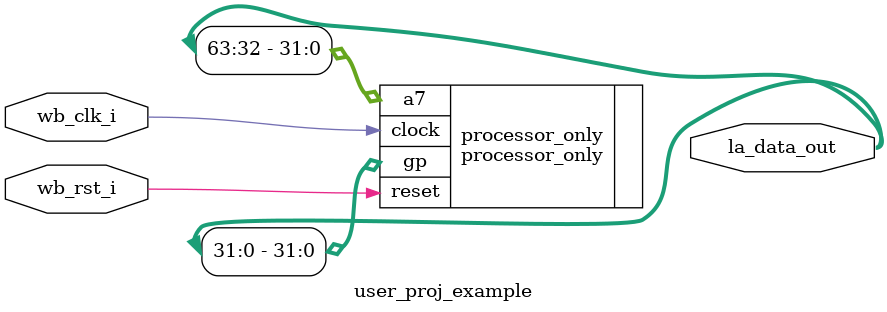
<source format=v>

`default_nettype none
/*
 *-------------------------------------------------------------
 *
 * user_proj_example
 *
 * This is an example of a (trivially simple) user project,
 * showing how the user project can connect to the logic
 * analyzer, the wishbone bus, and the I/O pads.
 *
 * This project generates an integer count, which is output
 * on the user area GPIO pads (digital output only).  The
 * wishbone connection allows the project to be controlled
 * (start and stop) from the management SoC program.
 *
 * See the testbenches in directory "mprj_counter" for the
 * example programs that drive this user project.  The three
 * testbenches are "io_ports", "la_test1", and "la_test2".
 *
 *-------------------------------------------------------------
 */

module user_proj_example #(
    parameter BITS = 32 , WIDTH = 32, IMEM_DEPTH=512, DMEM_DEPTH=32, NUM_REGS=32
)(
`ifdef USE_POWER_PINS
    inout vccd1,	// User area 1 1.8V supply
    inout vssd1,	// User area 1 digital ground
`endif

    // Wishbone Slave ports (WB MI A)
    input wb_clk_i,
    input wb_rst_i,

    // Logic Analyzer Signals
    //input  [64:0] la_data_in,
    output [63:0] la_data_out,
    //input  [127:0] la_oenb,

    // IOs
    //input  [BITS-1:0] io_in,
    //output [BITS-1:0] io_out,
    //output [BITS-1:0] io_oeb,

    // IRQ
    //output [2:0] irq
);

  //assign la_data_in[127:65] = 63'b0;
  //assign la_data_out[127:79] = 49'b0;
  
  processor_only #(
    .WIDTH(WIDTH), .IMEM_DEPTH(IMEM_DEPTH), .DMEM_DEPTH(DMEM_DEPTH), .NUM_REGS(NUM_REGS)
  ) processor_only (
    .clock(wb_clk_i), .reset(wb_rst_i),
    .gp(la_data_out[31:0]), .a7(la_data_out[63:32])
  );

endmodule
`default_nettype wire

</source>
